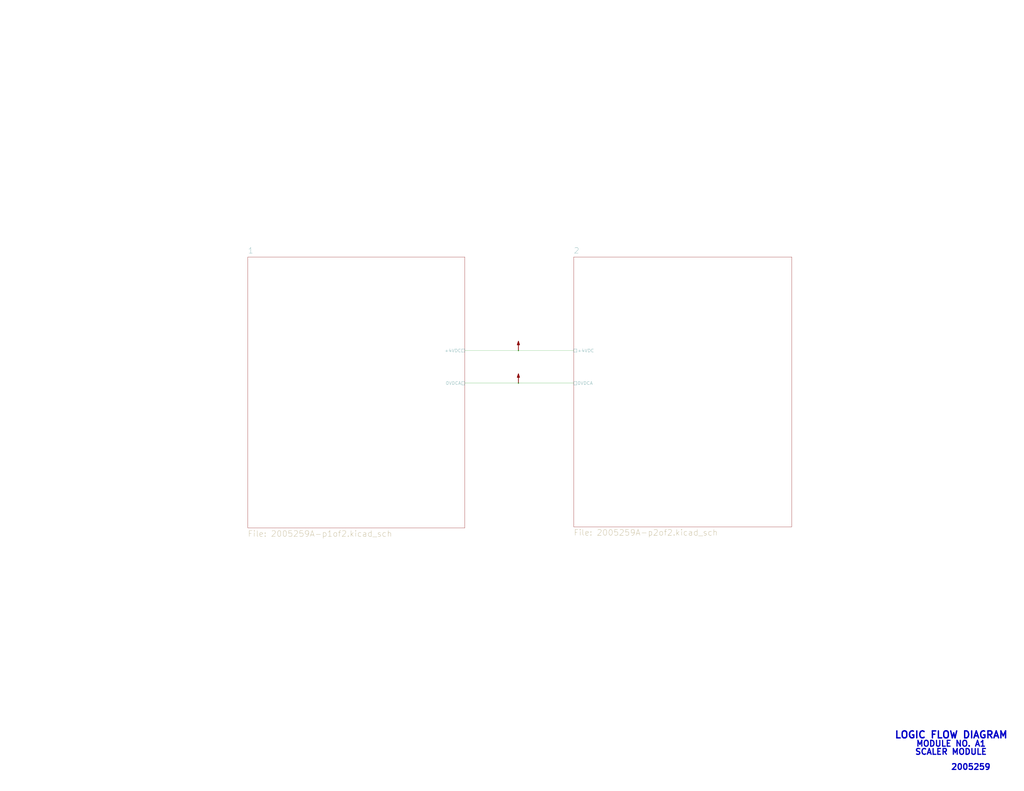
<source format=kicad_sch>
(kicad_sch (version 20211123) (generator eeschema)
  (paper "E")
  (title_block (title "2005259A") (date "2018-08-20") (rev "0.9") (company "Virtual AGC Project"))
  (lib_symbols
    (symbol "AGC_DSKY:PWR_FLAG" (power) (pin_numbers hide) (pin_names (offset 0) hide)
      (symbol "PWR_FLAG_0_0"
        (pin power_out line (at 0 0 90) (length 0) (name "pwr") (number "1"))
      )
      (symbol "PWR_FLAG_0_1"
        (polyline (pts (xy 0 0) (xy 0 10.16)) (stroke (width 0.762)))
        (polyline (pts (xy 0 10.16) (xy -1.27 6.35) (xy 1.27 6.35) (xy 0 10.16)) (stroke (width 0.762)) (fill (type outline)))
      )
    )
  )
  (junction (at 565.785 418.465))
  (junction (at 565.785 382.905))
  (wire (pts (xy 565.785 382.905) (xy 626.11 382.905)))
  (wire (pts (xy 626.11 418.465) (xy 565.785 418.465)))
  (wire (pts (xy 565.785 418.465) (xy 507.365 418.465)))
  (wire (pts (xy 507.365 382.905) (xy 565.785 382.905)))
  (text "SCALER MODULE" (at 998.22 824.865 0) (effects (font (size 6.35 6.35) (thickness 1.27) bold) (justify left bottom)))
  (text "MODULE NO. A1" (at 999.49 815.975 0) (effects (font (size 6.35 6.35) (thickness 1.27) bold) (justify left bottom)))
  (text "2005259" (at 1037.59 841.375 0) (effects (font (size 6.35 6.35) (thickness 1.27) bold) (justify left bottom)))
  (text "LOGIC FLOW DIAGRAM" (at 975.995 807.085 0) (effects (font (size 7.62 7.62) (thickness 1.524) bold) (justify left bottom)))
  (symbol (lib_id "AGC_DSKY:PWR_FLAG") (at 565.785 418.465 0) (unit 1)
    (property "Reference" "#FLG0101" (effects hide))
    (property "Value" "PWR_FLAG" (effects hide))
  )
  (symbol (lib_id "AGC_DSKY:PWR_FLAG") (at 565.785 382.905 0) (unit 1)
    (property "Reference" "#FLG0102" (effects hide))
    (property "Value" "PWR_FLAG" (effects hide))
  )
  (sheet (at 270.51 280.67) (size 236.855 295.91)
    (property "Sheet name" "1" (at 270.51 277.4184 0) (effects (font (size 6.35 6.35)) (justify left bottom)))
    (property "Sheet file" "2005259A-p1of2.kicad_sch" (at 270.51 579.1966 0) (effects (font (size 6.35 6.35)) (justify left top)))
    (pin "0VDCA" passive (at 507.365 418.465 0) (effects (font (size 3.556 3.556))))
    (pin "+4VDC" passive (at 507.365 382.905 0) (effects (font (size 3.556 3.556))))
  )
  (sheet (at 626.11 280.67) (size 238.125 294.64)
    (property "Sheet name" "2" (at 626.11 277.4184 0) (effects (font (size 6.35 6.35)) (justify left bottom)))
    (property "Sheet file" "2005259A-p2of2.kicad_sch" (at 626.11 577.9266 0) (effects (font (size 6.35 6.35)) (justify left top)))
    (pin "0VDCA" passive (at 626.11 418.465 180) (effects (font (size 3.556 3.556))))
    (pin "+4VDC" passive (at 626.11 382.905 180) (effects (font (size 3.556 3.556))))
  )
)
</source>
